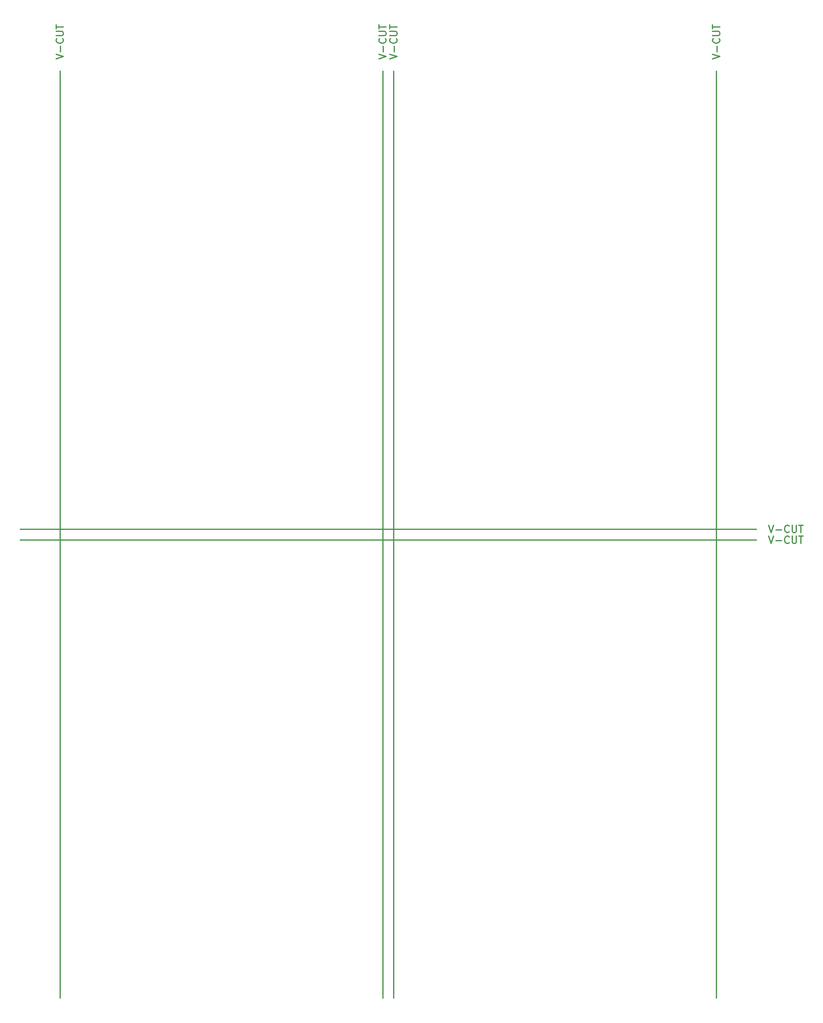
<source format=gbr>
%TF.GenerationSoftware,KiCad,Pcbnew,8.0.8*%
%TF.CreationDate,2025-03-20T15:54:22-03:00*%
%TF.ProjectId,nsec-badge-2025-panel,6e736563-2d62-4616-9467-652d32303235,rev?*%
%TF.SameCoordinates,Original*%
%TF.FileFunction,Other,Comment*%
%FSLAX46Y46*%
G04 Gerber Fmt 4.6, Leading zero omitted, Abs format (unit mm)*
G04 Created by KiCad (PCBNEW 8.0.8) date 2025-03-20 15:54:22*
%MOMM*%
%LPD*%
G01*
G04 APERTURE LIST*
%ADD10C,0.300000*%
G04 APERTURE END LIST*
D10*
X100001007Y3000000D02*
X100001007Y-252740000D01*
X-3000000Y-123365000D02*
X200002027Y-123365000D01*
X97001007Y3000000D02*
X97001007Y-252740000D01*
X8001007Y3000000D02*
X8001007Y-252740000D01*
X-3000000Y-126365000D02*
X200002027Y-126365000D01*
X189001007Y3000000D02*
X189001007Y-252740000D01*
X95910645Y6387845D02*
X97910645Y7054511D01*
X97910645Y7054511D02*
X95910645Y7721178D01*
X97148740Y8387845D02*
X97148740Y9911654D01*
X97720168Y12006892D02*
X97815407Y11911654D01*
X97815407Y11911654D02*
X97910645Y11625940D01*
X97910645Y11625940D02*
X97910645Y11435464D01*
X97910645Y11435464D02*
X97815407Y11149749D01*
X97815407Y11149749D02*
X97624930Y10959273D01*
X97624930Y10959273D02*
X97434454Y10864035D01*
X97434454Y10864035D02*
X97053502Y10768797D01*
X97053502Y10768797D02*
X96767787Y10768797D01*
X96767787Y10768797D02*
X96386835Y10864035D01*
X96386835Y10864035D02*
X96196359Y10959273D01*
X96196359Y10959273D02*
X96005883Y11149749D01*
X96005883Y11149749D02*
X95910645Y11435464D01*
X95910645Y11435464D02*
X95910645Y11625940D01*
X95910645Y11625940D02*
X96005883Y11911654D01*
X96005883Y11911654D02*
X96101121Y12006892D01*
X95910645Y12864035D02*
X97529692Y12864035D01*
X97529692Y12864035D02*
X97720168Y12959273D01*
X97720168Y12959273D02*
X97815407Y13054511D01*
X97815407Y13054511D02*
X97910645Y13244987D01*
X97910645Y13244987D02*
X97910645Y13625940D01*
X97910645Y13625940D02*
X97815407Y13816416D01*
X97815407Y13816416D02*
X97720168Y13911654D01*
X97720168Y13911654D02*
X97529692Y14006892D01*
X97529692Y14006892D02*
X95910645Y14006892D01*
X95910645Y14673559D02*
X95910645Y15816416D01*
X97910645Y15244987D02*
X95910645Y15244987D01*
X203389871Y-122274638D02*
X204056537Y-124274638D01*
X204056537Y-124274638D02*
X204723204Y-122274638D01*
X205389871Y-123512733D02*
X206913681Y-123512733D01*
X209008918Y-124084161D02*
X208913680Y-124179400D01*
X208913680Y-124179400D02*
X208627966Y-124274638D01*
X208627966Y-124274638D02*
X208437490Y-124274638D01*
X208437490Y-124274638D02*
X208151775Y-124179400D01*
X208151775Y-124179400D02*
X207961299Y-123988923D01*
X207961299Y-123988923D02*
X207866061Y-123798447D01*
X207866061Y-123798447D02*
X207770823Y-123417495D01*
X207770823Y-123417495D02*
X207770823Y-123131780D01*
X207770823Y-123131780D02*
X207866061Y-122750828D01*
X207866061Y-122750828D02*
X207961299Y-122560352D01*
X207961299Y-122560352D02*
X208151775Y-122369876D01*
X208151775Y-122369876D02*
X208437490Y-122274638D01*
X208437490Y-122274638D02*
X208627966Y-122274638D01*
X208627966Y-122274638D02*
X208913680Y-122369876D01*
X208913680Y-122369876D02*
X209008918Y-122465114D01*
X209866061Y-122274638D02*
X209866061Y-123893685D01*
X209866061Y-123893685D02*
X209961299Y-124084161D01*
X209961299Y-124084161D02*
X210056537Y-124179400D01*
X210056537Y-124179400D02*
X210247013Y-124274638D01*
X210247013Y-124274638D02*
X210627966Y-124274638D01*
X210627966Y-124274638D02*
X210818442Y-124179400D01*
X210818442Y-124179400D02*
X210913680Y-124084161D01*
X210913680Y-124084161D02*
X211008918Y-123893685D01*
X211008918Y-123893685D02*
X211008918Y-122274638D01*
X211675585Y-122274638D02*
X212818442Y-122274638D01*
X212247013Y-124274638D02*
X212247013Y-122274638D01*
X98910645Y6387845D02*
X100910645Y7054511D01*
X100910645Y7054511D02*
X98910645Y7721178D01*
X100148740Y8387845D02*
X100148740Y9911654D01*
X100720168Y12006892D02*
X100815407Y11911654D01*
X100815407Y11911654D02*
X100910645Y11625940D01*
X100910645Y11625940D02*
X100910645Y11435464D01*
X100910645Y11435464D02*
X100815407Y11149749D01*
X100815407Y11149749D02*
X100624930Y10959273D01*
X100624930Y10959273D02*
X100434454Y10864035D01*
X100434454Y10864035D02*
X100053502Y10768797D01*
X100053502Y10768797D02*
X99767787Y10768797D01*
X99767787Y10768797D02*
X99386835Y10864035D01*
X99386835Y10864035D02*
X99196359Y10959273D01*
X99196359Y10959273D02*
X99005883Y11149749D01*
X99005883Y11149749D02*
X98910645Y11435464D01*
X98910645Y11435464D02*
X98910645Y11625940D01*
X98910645Y11625940D02*
X99005883Y11911654D01*
X99005883Y11911654D02*
X99101121Y12006892D01*
X98910645Y12864035D02*
X100529692Y12864035D01*
X100529692Y12864035D02*
X100720168Y12959273D01*
X100720168Y12959273D02*
X100815407Y13054511D01*
X100815407Y13054511D02*
X100910645Y13244987D01*
X100910645Y13244987D02*
X100910645Y13625940D01*
X100910645Y13625940D02*
X100815407Y13816416D01*
X100815407Y13816416D02*
X100720168Y13911654D01*
X100720168Y13911654D02*
X100529692Y14006892D01*
X100529692Y14006892D02*
X98910645Y14006892D01*
X98910645Y14673559D02*
X98910645Y15816416D01*
X100910645Y15244987D02*
X98910645Y15244987D01*
X187910645Y6387845D02*
X189910645Y7054511D01*
X189910645Y7054511D02*
X187910645Y7721178D01*
X189148740Y8387845D02*
X189148740Y9911654D01*
X189720168Y12006892D02*
X189815407Y11911654D01*
X189815407Y11911654D02*
X189910645Y11625940D01*
X189910645Y11625940D02*
X189910645Y11435464D01*
X189910645Y11435464D02*
X189815407Y11149749D01*
X189815407Y11149749D02*
X189624930Y10959273D01*
X189624930Y10959273D02*
X189434454Y10864035D01*
X189434454Y10864035D02*
X189053502Y10768797D01*
X189053502Y10768797D02*
X188767787Y10768797D01*
X188767787Y10768797D02*
X188386835Y10864035D01*
X188386835Y10864035D02*
X188196359Y10959273D01*
X188196359Y10959273D02*
X188005883Y11149749D01*
X188005883Y11149749D02*
X187910645Y11435464D01*
X187910645Y11435464D02*
X187910645Y11625940D01*
X187910645Y11625940D02*
X188005883Y11911654D01*
X188005883Y11911654D02*
X188101121Y12006892D01*
X187910645Y12864035D02*
X189529692Y12864035D01*
X189529692Y12864035D02*
X189720168Y12959273D01*
X189720168Y12959273D02*
X189815407Y13054511D01*
X189815407Y13054511D02*
X189910645Y13244987D01*
X189910645Y13244987D02*
X189910645Y13625940D01*
X189910645Y13625940D02*
X189815407Y13816416D01*
X189815407Y13816416D02*
X189720168Y13911654D01*
X189720168Y13911654D02*
X189529692Y14006892D01*
X189529692Y14006892D02*
X187910645Y14006892D01*
X187910645Y14673559D02*
X187910645Y15816416D01*
X189910645Y15244987D02*
X187910645Y15244987D01*
X203389871Y-125274638D02*
X204056537Y-127274638D01*
X204056537Y-127274638D02*
X204723204Y-125274638D01*
X205389871Y-126512733D02*
X206913681Y-126512733D01*
X209008918Y-127084161D02*
X208913680Y-127179400D01*
X208913680Y-127179400D02*
X208627966Y-127274638D01*
X208627966Y-127274638D02*
X208437490Y-127274638D01*
X208437490Y-127274638D02*
X208151775Y-127179400D01*
X208151775Y-127179400D02*
X207961299Y-126988923D01*
X207961299Y-126988923D02*
X207866061Y-126798447D01*
X207866061Y-126798447D02*
X207770823Y-126417495D01*
X207770823Y-126417495D02*
X207770823Y-126131780D01*
X207770823Y-126131780D02*
X207866061Y-125750828D01*
X207866061Y-125750828D02*
X207961299Y-125560352D01*
X207961299Y-125560352D02*
X208151775Y-125369876D01*
X208151775Y-125369876D02*
X208437490Y-125274638D01*
X208437490Y-125274638D02*
X208627966Y-125274638D01*
X208627966Y-125274638D02*
X208913680Y-125369876D01*
X208913680Y-125369876D02*
X209008918Y-125465114D01*
X209866061Y-125274638D02*
X209866061Y-126893685D01*
X209866061Y-126893685D02*
X209961299Y-127084161D01*
X209961299Y-127084161D02*
X210056537Y-127179400D01*
X210056537Y-127179400D02*
X210247013Y-127274638D01*
X210247013Y-127274638D02*
X210627966Y-127274638D01*
X210627966Y-127274638D02*
X210818442Y-127179400D01*
X210818442Y-127179400D02*
X210913680Y-127084161D01*
X210913680Y-127084161D02*
X211008918Y-126893685D01*
X211008918Y-126893685D02*
X211008918Y-125274638D01*
X211675585Y-125274638D02*
X212818442Y-125274638D01*
X212247013Y-127274638D02*
X212247013Y-125274638D01*
X6910645Y6387845D02*
X8910645Y7054511D01*
X8910645Y7054511D02*
X6910645Y7721178D01*
X8148740Y8387845D02*
X8148740Y9911654D01*
X8720168Y12006892D02*
X8815407Y11911654D01*
X8815407Y11911654D02*
X8910645Y11625940D01*
X8910645Y11625940D02*
X8910645Y11435464D01*
X8910645Y11435464D02*
X8815407Y11149749D01*
X8815407Y11149749D02*
X8624930Y10959273D01*
X8624930Y10959273D02*
X8434454Y10864035D01*
X8434454Y10864035D02*
X8053502Y10768797D01*
X8053502Y10768797D02*
X7767787Y10768797D01*
X7767787Y10768797D02*
X7386835Y10864035D01*
X7386835Y10864035D02*
X7196359Y10959273D01*
X7196359Y10959273D02*
X7005883Y11149749D01*
X7005883Y11149749D02*
X6910645Y11435464D01*
X6910645Y11435464D02*
X6910645Y11625940D01*
X6910645Y11625940D02*
X7005883Y11911654D01*
X7005883Y11911654D02*
X7101121Y12006892D01*
X6910645Y12864035D02*
X8529692Y12864035D01*
X8529692Y12864035D02*
X8720168Y12959273D01*
X8720168Y12959273D02*
X8815407Y13054511D01*
X8815407Y13054511D02*
X8910645Y13244987D01*
X8910645Y13244987D02*
X8910645Y13625940D01*
X8910645Y13625940D02*
X8815407Y13816416D01*
X8815407Y13816416D02*
X8720168Y13911654D01*
X8720168Y13911654D02*
X8529692Y14006892D01*
X8529692Y14006892D02*
X6910645Y14006892D01*
X6910645Y14673559D02*
X6910645Y15816416D01*
X8910645Y15244987D02*
X6910645Y15244987D01*
M02*

</source>
